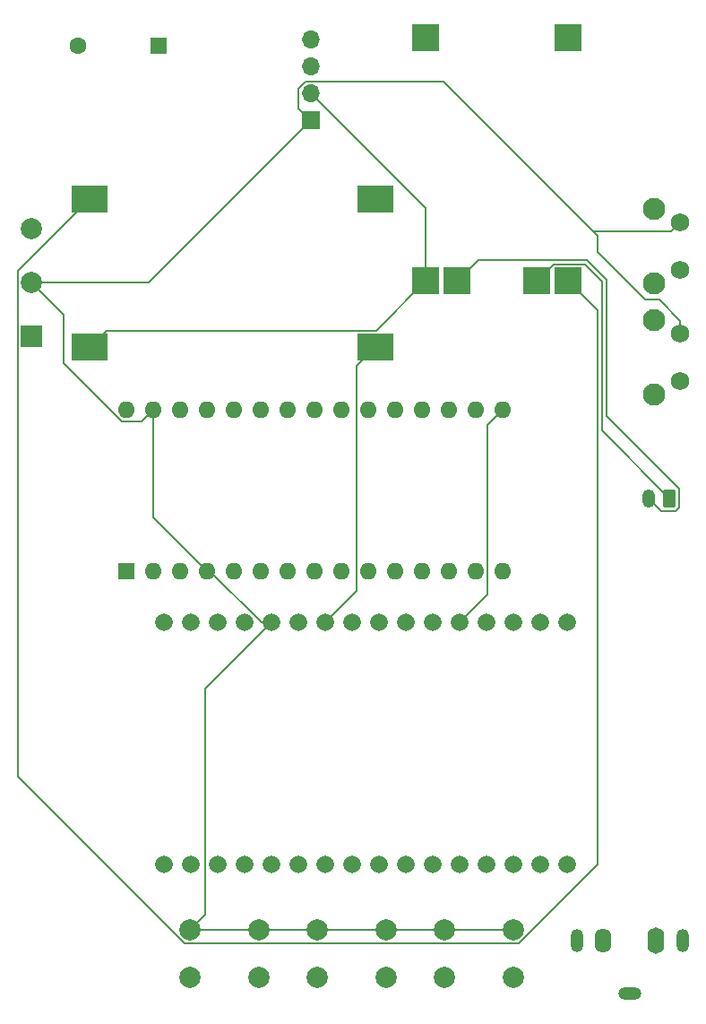
<source format=gbr>
%TF.GenerationSoftware,KiCad,Pcbnew,9.0.0*%
%TF.CreationDate,2025-04-29T13:04:53-04:00*%
%TF.ProjectId,mp3_player,6d70335f-706c-4617-9965-722e6b696361,rev?*%
%TF.SameCoordinates,Original*%
%TF.FileFunction,Copper,L2,Bot*%
%TF.FilePolarity,Positive*%
%FSLAX46Y46*%
G04 Gerber Fmt 4.6, Leading zero omitted, Abs format (unit mm)*
G04 Created by KiCad (PCBNEW 9.0.0) date 2025-04-29 13:04:53*
%MOMM*%
%LPD*%
G01*
G04 APERTURE LIST*
G04 Aperture macros list*
%AMRoundRect*
0 Rectangle with rounded corners*
0 $1 Rounding radius*
0 $2 $3 $4 $5 $6 $7 $8 $9 X,Y pos of 4 corners*
0 Add a 4 corners polygon primitive as box body*
4,1,4,$2,$3,$4,$5,$6,$7,$8,$9,$2,$3,0*
0 Add four circle primitives for the rounded corners*
1,1,$1+$1,$2,$3*
1,1,$1+$1,$4,$5*
1,1,$1+$1,$6,$7*
1,1,$1+$1,$8,$9*
0 Add four rect primitives between the rounded corners*
20,1,$1+$1,$2,$3,$4,$5,0*
20,1,$1+$1,$4,$5,$6,$7,0*
20,1,$1+$1,$6,$7,$8,$9,0*
20,1,$1+$1,$8,$9,$2,$3,0*%
G04 Aperture macros list end*
%TA.AperFunction,ComponentPad*%
%ADD10C,2.000000*%
%TD*%
%TA.AperFunction,ComponentPad*%
%ADD11O,1.200000X2.200000*%
%TD*%
%TA.AperFunction,ComponentPad*%
%ADD12O,1.600000X2.300000*%
%TD*%
%TA.AperFunction,ComponentPad*%
%ADD13O,2.200000X1.200000*%
%TD*%
%TA.AperFunction,ComponentPad*%
%ADD14O,1.600000X2.500000*%
%TD*%
%TA.AperFunction,ComponentPad*%
%ADD15C,2.100000*%
%TD*%
%TA.AperFunction,ComponentPad*%
%ADD16C,1.750000*%
%TD*%
%TA.AperFunction,ComponentPad*%
%ADD17R,1.700000X1.700000*%
%TD*%
%TA.AperFunction,ComponentPad*%
%ADD18O,1.700000X1.700000*%
%TD*%
%TA.AperFunction,ComponentPad*%
%ADD19R,1.600000X1.600000*%
%TD*%
%TA.AperFunction,ComponentPad*%
%ADD20O,1.600000X1.600000*%
%TD*%
%TA.AperFunction,ComponentPad*%
%ADD21R,2.000000X2.000000*%
%TD*%
%TA.AperFunction,ComponentPad*%
%ADD22RoundRect,0.250000X0.550000X0.550000X-0.550000X0.550000X-0.550000X-0.550000X0.550000X-0.550000X0*%
%TD*%
%TA.AperFunction,ComponentPad*%
%ADD23C,1.600000*%
%TD*%
%TA.AperFunction,ComponentPad*%
%ADD24R,2.540000X2.540000*%
%TD*%
%TA.AperFunction,ComponentPad*%
%ADD25C,1.670000*%
%TD*%
%TA.AperFunction,ComponentPad*%
%ADD26RoundRect,0.250000X0.350000X0.625000X-0.350000X0.625000X-0.350000X-0.625000X0.350000X-0.625000X0*%
%TD*%
%TA.AperFunction,ComponentPad*%
%ADD27O,1.200000X1.750000*%
%TD*%
%TA.AperFunction,ComponentPad*%
%ADD28R,3.500000X2.540000*%
%TD*%
%TA.AperFunction,Conductor*%
%ADD29C,0.200000*%
%TD*%
G04 APERTURE END LIST*
D10*
%TO.P,SW2,1,1*%
%TO.N,GND*%
X136724375Y-136293000D03*
X143224375Y-136293000D03*
%TO.P,SW2,2,2*%
%TO.N,PLAY{slash}PAUSE*%
X136724375Y-140793000D03*
X143224375Y-140793000D03*
%TD*%
D11*
%TO.P,J1,R*%
%TO.N,ROUT*%
X161224375Y-137293000D03*
D12*
%TO.P,J1,RN*%
%TO.N,unconnected-(J1-PadRN)*%
X163724375Y-137293000D03*
D13*
%TO.P,J1,S*%
%TO.N,AGND*%
X166224375Y-142293000D03*
D11*
%TO.P,J1,T*%
%TO.N,LOUT*%
X171224375Y-137293000D03*
D14*
%TO.P,J1,TN*%
%TO.N,unconnected-(J1-PadTN)*%
X168724375Y-137293000D03*
%TD*%
D10*
%TO.P,SW4,1,1*%
%TO.N,GND*%
X148724375Y-136293000D03*
X155224375Y-136293000D03*
%TO.P,SW4,2,2*%
%TO.N,PREV{slash}RESTART*%
X148724375Y-140793000D03*
X155224375Y-140793000D03*
%TD*%
D15*
%TO.P,SW6,*%
%TO.N,*%
X168521875Y-68268000D03*
X168521875Y-75278000D03*
D16*
%TO.P,SW6,1,1*%
%TO.N,GND*%
X171011875Y-69518000D03*
%TO.P,SW6,2,2*%
%TO.N,VOLUP*%
X171011875Y-74018000D03*
%TD*%
D17*
%TO.P,U3,1,GND*%
%TO.N,GND*%
X136109375Y-59873000D03*
D18*
%TO.P,U3,2,VCC*%
%TO.N,3.7V*%
X136109375Y-57333000D03*
%TO.P,U3,3,SCL*%
%TO.N,SCL*%
X136109375Y-54793000D03*
%TO.P,U3,4,SDA*%
%TO.N,SDA*%
X136109375Y-52253000D03*
%TD*%
D19*
%TO.P,A1,1,D1/TX*%
%TO.N,VOLDN*%
X118674375Y-102403000D03*
D20*
%TO.P,A1,2,D0/RX*%
%TO.N,VOLUP*%
X121214375Y-102403000D03*
%TO.P,A1,3,~{RESET}*%
%TO.N,unconnected-(A1-~{RESET}-Pad3)*%
X123754375Y-102403000D03*
%TO.P,A1,4,GND*%
%TO.N,GND*%
X126294375Y-102403000D03*
%TO.P,A1,5,D2*%
%TO.N,unconnected-(A1-D2-Pad5)*%
X128834375Y-102403000D03*
%TO.P,A1,6,D3*%
%TO.N,DREQ*%
X131374375Y-102403000D03*
%TO.P,A1,7,D4*%
%TO.N,CARDCS*%
X133914375Y-102403000D03*
%TO.P,A1,8,D5*%
%TO.N,unconnected-(A1-D5-Pad8)*%
X136454375Y-102403000D03*
%TO.P,A1,9,D6*%
%TO.N,unconnected-(A1-D6-Pad9)*%
X138994375Y-102403000D03*
%TO.P,A1,10,D7*%
%TO.N,unconnected-(A1-D7-Pad10)*%
X141534375Y-102403000D03*
%TO.P,A1,11,D8*%
%TO.N,VS_DCS*%
X144074375Y-102403000D03*
%TO.P,A1,12,D9*%
%TO.N,VS_RST*%
X146614375Y-102403000D03*
%TO.P,A1,13,D10*%
%TO.N,VS_CS*%
X149154375Y-102403000D03*
%TO.P,A1,14,D11*%
%TO.N,MOSI*%
X151694375Y-102403000D03*
%TO.P,A1,15,D12*%
%TO.N,MISO*%
X154234375Y-102403000D03*
%TO.P,A1,16,D13*%
%TO.N,SCLK*%
X154234375Y-87163000D03*
%TO.P,A1,17,3V3*%
%TO.N,unconnected-(A1-3V3-Pad17)*%
X151694375Y-87163000D03*
%TO.P,A1,18,AREF*%
%TO.N,unconnected-(A1-AREF-Pad18)*%
X149154375Y-87163000D03*
%TO.P,A1,19,A0*%
%TO.N,PLAY{slash}PAUSE*%
X146614375Y-87163000D03*
%TO.P,A1,20,A1*%
%TO.N,NEXT*%
X144074375Y-87163000D03*
%TO.P,A1,21,A2*%
%TO.N,PREV{slash}RESTART*%
X141534375Y-87163000D03*
%TO.P,A1,22,A3*%
%TO.N,SEEKF*%
X138994375Y-87163000D03*
%TO.P,A1,23,A4*%
%TO.N,SDA*%
X136454375Y-87163000D03*
%TO.P,A1,24,A5*%
%TO.N,SCL*%
X133914375Y-87163000D03*
%TO.P,A1,25,A6*%
%TO.N,SEEKB*%
X131374375Y-87163000D03*
%TO.P,A1,26,A7*%
%TO.N,unconnected-(A1-A7-Pad26)*%
X128834375Y-87163000D03*
%TO.P,A1,27,+5V*%
%TO.N,unconnected-(A1-+5V-Pad27)*%
X126294375Y-87163000D03*
%TO.P,A1,28,~{RESET}*%
%TO.N,unconnected-(A1-~{RESET}-Pad28)*%
X123754375Y-87163000D03*
%TO.P,A1,29,GND*%
%TO.N,GND*%
X121214375Y-87163000D03*
%TO.P,A1,30,VIN*%
%TO.N,Net-(A1-VIN)*%
X118674375Y-87163000D03*
%TD*%
D15*
%TO.P,SW7,*%
%TO.N,*%
X168521875Y-78768000D03*
X168521875Y-85778000D03*
D16*
%TO.P,SW7,1,1*%
%TO.N,GND*%
X171011875Y-80018000D03*
%TO.P,SW7,2,2*%
%TO.N,VOLDN*%
X171011875Y-84518000D03*
%TD*%
D10*
%TO.P,SW3,1,1*%
%TO.N,GND*%
X124724375Y-136293000D03*
X131224375Y-136293000D03*
%TO.P,SW3,2,2*%
%TO.N,NEXT*%
X124724375Y-140793000D03*
X131224375Y-140793000D03*
%TD*%
D21*
%TO.P,SW5,1,A*%
%TO.N,SEEKB*%
X109724375Y-80293000D03*
D10*
%TO.P,SW5,2,B*%
%TO.N,GND*%
X109724375Y-75213000D03*
%TO.P,SW5,3,C*%
%TO.N,SEEKF*%
X109724375Y-70133000D03*
%TD*%
D22*
%TO.P,SW1,1,A*%
%TO.N,3.7V*%
X121724375Y-52793000D03*
D23*
%TO.P,SW1,2,B*%
%TO.N,Net-(A1-VIN)*%
X114104375Y-52793000D03*
%TD*%
D24*
%TO.P,U11,1,IN+*%
%TO.N,unconnected-(U11-IN+-Pad1)*%
X146949375Y-52043000D03*
%TO.P,U11,2,IN-*%
%TO.N,unconnected-(U11-IN--Pad2)*%
X160449375Y-52043000D03*
%TO.P,U11,3,OUT-*%
%TO.N,0V*%
X160449375Y-75043000D03*
%TO.P,U11,4,BAT-*%
%TO.N,Net-(J2-Pin_1)*%
X157449375Y-75043000D03*
%TO.P,U11,5,OUT+*%
%TO.N,3.7V*%
X146949375Y-75043000D03*
%TO.P,U11,6,BAT+*%
%TO.N,Net-(J2-Pin_2)*%
X149949375Y-75043000D03*
%TD*%
D25*
%TO.P,U2,1,LINE2*%
%TO.N,unconnected-(U2-LINE2-Pad1)*%
X122204375Y-130153000D03*
%TO.P,U2,2,MIC+*%
%TO.N,unconnected-(U2-MIC+-Pad2)*%
X124744375Y-130153000D03*
%TO.P,U2,3,MIC-*%
%TO.N,unconnected-(U2-MIC--Pad3)*%
X127284375Y-130153000D03*
%TO.P,U2,4,AGND*%
%TO.N,unconnected-(U2-AGND-Pad4)*%
X129824375Y-130153000D03*
%TO.P,U2,5,3V3*%
%TO.N,unconnected-(U2-3V3-Pad5)*%
X132364375Y-130153000D03*
%TO.P,U2,6,0*%
%TO.N,unconnected-(U2-0-Pad6)*%
X134904375Y-130153000D03*
%TO.P,U2,7,1*%
%TO.N,unconnected-(U2-1-Pad7)*%
X137444375Y-130153000D03*
%TO.P,U2,8,2*%
%TO.N,unconnected-(U2-2-Pad8)*%
X139984375Y-130153000D03*
%TO.P,U2,9,3*%
%TO.N,unconnected-(U2-3-Pad9)*%
X142524375Y-130153000D03*
%TO.P,U2,10,4*%
%TO.N,unconnected-(U2-4-Pad10)*%
X145064375Y-130153000D03*
%TO.P,U2,11,5*%
%TO.N,unconnected-(U2-5-Pad11)*%
X147604375Y-130153000D03*
%TO.P,U2,12,6*%
%TO.N,unconnected-(U2-6-Pad12)*%
X150144375Y-130153000D03*
%TO.P,U2,13,7*%
%TO.N,unconnected-(U2-7-Pad13)*%
X152684375Y-130153000D03*
%TO.P,U2,14,TX*%
%TO.N,unconnected-(U2-TX-Pad14)*%
X155224375Y-130153000D03*
%TO.P,U2,15,RX*%
%TO.N,unconnected-(U2-RX-Pad15)*%
X157764375Y-130153000D03*
%TO.P,U2,16,SDCD*%
%TO.N,unconnected-(U2-SDCD-Pad16)*%
X160304375Y-130153000D03*
%TO.P,U2,17,ROUT*%
%TO.N,ROUT*%
X122204375Y-107293000D03*
%TO.P,U2,18,LOUT*%
%TO.N,LOUT*%
X124744375Y-107293000D03*
%TO.P,U2,19,AGND*%
%TO.N,AGND*%
X127284375Y-107293000D03*
%TO.P,U2,20,AGND*%
%TO.N,unconnected-(U2-AGND-Pad20)*%
X129824375Y-107293000D03*
%TO.P,U2,21,GND*%
%TO.N,GND*%
X132364375Y-107293000D03*
%TO.P,U2,22,DREQ*%
%TO.N,DREQ*%
X134904375Y-107293000D03*
%TO.P,U2,23,VCC*%
%TO.N,5V*%
X137444375Y-107293000D03*
%TO.P,U2,24,3V3*%
%TO.N,unconnected-(U2-3V3-Pad24)*%
X139984375Y-107293000D03*
%TO.P,U2,25,GND*%
%TO.N,unconnected-(U2-GND-Pad25)*%
X142524375Y-107293000D03*
%TO.P,U2,26,MISO*%
%TO.N,MISO*%
X145064375Y-107293000D03*
%TO.P,U2,27,MOSI*%
%TO.N,MOSI*%
X147604375Y-107293000D03*
%TO.P,U2,28,SCLK*%
%TO.N,SCLK*%
X150144375Y-107293000D03*
%TO.P,U2,29,RST*%
%TO.N,VS_RST*%
X152684375Y-107293000D03*
%TO.P,U2,30,CS*%
%TO.N,VS_CS*%
X155224375Y-107293000D03*
%TO.P,U2,31,SDCS*%
%TO.N,CARDCS*%
X157764375Y-107293000D03*
%TO.P,U2,32,XDCS*%
%TO.N,VS_DCS*%
X160304375Y-107293000D03*
%TD*%
D26*
%TO.P,J2,1,Pin_1*%
%TO.N,Net-(J2-Pin_1)*%
X170000000Y-95550000D03*
D27*
%TO.P,J2,2,Pin_2*%
%TO.N,Net-(J2-Pin_2)*%
X168000000Y-95550000D03*
%TD*%
D28*
%TO.P,U1,1,VIN+*%
%TO.N,3.7V*%
X115224375Y-81293000D03*
%TO.P,U1,2,VIN-*%
%TO.N,0V*%
X115224375Y-67293000D03*
%TO.P,U1,3,OUT+*%
%TO.N,5V*%
X142224375Y-81293000D03*
%TO.P,U1,4,OUT-*%
%TO.N,New0V*%
X142224375Y-67293000D03*
%TD*%
D29*
%TO.N,Net-(J2-Pin_2)*%
X169176000Y-96726000D02*
X170585160Y-96726000D01*
X151921375Y-73071000D02*
X149949375Y-75043000D01*
X170585160Y-96726000D02*
X170901000Y-96410160D01*
X162186475Y-73071000D02*
X151921375Y-73071000D01*
X164038483Y-87827323D02*
X164038483Y-74923008D01*
X170901000Y-94689840D02*
X164038483Y-87827323D01*
X164038483Y-74923008D02*
X162186475Y-73071000D01*
X168000000Y-95550000D02*
X169176000Y-96726000D01*
X170901000Y-96410160D02*
X170901000Y-94689840D01*
%TO.N,Net-(J2-Pin_1)*%
X159020375Y-73472000D02*
X157449375Y-75043000D01*
X170000000Y-95550000D02*
X163637483Y-89187483D01*
X163637483Y-75089108D02*
X162020375Y-73472000D01*
X163637483Y-89187483D02*
X163637483Y-75089108D01*
X162020375Y-73472000D02*
X159020375Y-73472000D01*
%TO.N,GND*%
X134958375Y-56856240D02*
X134958375Y-58722000D01*
X126540922Y-102403000D02*
X131430922Y-107293000D01*
X112766375Y-82812050D02*
X118218325Y-88264000D01*
X118218325Y-88264000D02*
X120113375Y-88264000D01*
X136724375Y-136293000D02*
X143224375Y-136293000D01*
X148613375Y-56182000D02*
X135632615Y-56182000D01*
X162824374Y-70392999D02*
X160974375Y-68543000D01*
X136109375Y-59873000D02*
X120769375Y-75213000D01*
X170136876Y-70392999D02*
X162824374Y-70392999D01*
X160974375Y-68543000D02*
X148613375Y-56182000D01*
X109724375Y-75213000D02*
X112766375Y-78255000D01*
X163224375Y-72293000D02*
X163224375Y-70793000D01*
X131224375Y-136293000D02*
X136724375Y-136293000D01*
X126148375Y-134869000D02*
X124724375Y-136293000D01*
X143224375Y-136293000D02*
X148724375Y-136293000D01*
X121214375Y-97323000D02*
X126294375Y-102403000D01*
X134958375Y-58722000D02*
X136109375Y-59873000D01*
X121214375Y-87163000D02*
X121214375Y-97323000D01*
X120769375Y-75213000D02*
X109724375Y-75213000D01*
X126294375Y-102403000D02*
X126540922Y-102403000D01*
X124724375Y-136293000D02*
X131224375Y-136293000D01*
X132364375Y-107293000D02*
X126148375Y-113509000D01*
X126148375Y-113509000D02*
X126148375Y-134869000D01*
X112766375Y-78255000D02*
X112766375Y-82812050D01*
X171011875Y-69518000D02*
X170136876Y-70392999D01*
X135632615Y-56182000D02*
X134958375Y-56856240D01*
X171011875Y-80018000D02*
X171011875Y-78780564D01*
X167724375Y-76793000D02*
X163224375Y-72293000D01*
X148724375Y-136293000D02*
X155224375Y-136293000D01*
X169024311Y-76793000D02*
X167724375Y-76793000D01*
X163224375Y-70793000D02*
X160974375Y-68543000D01*
X131430922Y-107293000D02*
X132364375Y-107293000D01*
X171011875Y-78780564D02*
X169024311Y-76793000D01*
X120113375Y-88264000D02*
X121214375Y-87163000D01*
%TO.N,3.7V*%
X146949375Y-68173000D02*
X146949375Y-75043000D01*
X116795375Y-79722000D02*
X142270375Y-79722000D01*
X142270375Y-79722000D02*
X146949375Y-75043000D01*
X115224375Y-81293000D02*
X116795375Y-79722000D01*
X136109375Y-57333000D02*
X146949375Y-68173000D01*
%TO.N,SCLK*%
X152795375Y-104642000D02*
X150144375Y-107293000D01*
X154234375Y-87163000D02*
X152795375Y-88602000D01*
X152795375Y-88602000D02*
X152795375Y-104642000D01*
%TO.N,5V*%
X140433375Y-83084000D02*
X140433375Y-104304000D01*
X142224375Y-81293000D02*
X140433375Y-83084000D01*
X140433375Y-104304000D02*
X137444375Y-107293000D01*
%TO.N,0V*%
X124185483Y-137594000D02*
X155763267Y-137594000D01*
X163236483Y-77830108D02*
X160449375Y-75043000D01*
X155763267Y-137594000D02*
X163236483Y-130120784D01*
X108423375Y-121831892D02*
X124185483Y-137594000D01*
X108423375Y-74094000D02*
X108423375Y-121831892D01*
X115224375Y-67293000D02*
X108423375Y-74094000D01*
X163236483Y-130120784D02*
X163236483Y-77830108D01*
%TD*%
M02*

</source>
